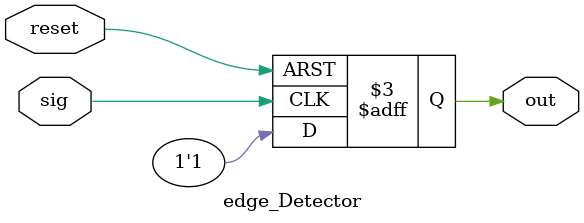
<source format=v>
/**
 *  @brief:调度信息的流向 ， 根据频率调整输出三个数据是什么
 *  @para：sig1,sig2 
 *  @para : first_data,second_data,third_data : 输出的三个数据，根据频率调整三个数据和输入的关系
 */
 module send_controller(Period_by_gate,direct_Period,delta_T,pos_time,mode,first_data,second_data,third_data,high_Frequency);
    input[31:0] Period_by_gate,direct_Period,delta_T,pos_time;
    input[1:0] mode;
    output reg[31:0] first_data;
    output reg[31:0] second_data;
    output reg[31:0] third_data;
    output high_Frequency;
    always
        case (mode)
            2'b11 : begin   if(Period_by_gate < 32'd10000) third_data <= direct_Period; else third_data <= Period_by_gate;  first_data <= delta_T;second_data <= pos_time;end 
            2'b10 : begin   if(Period_by_gate < 32'd10000) first_data <= direct_Period; else first_data <= Period_by_gate;  second_data <= 0;third_data <= 0;end
            2'b01 : begin   if(Period_by_gate < 32'd10000) first_data <= direct_Period; else first_data <= Period_by_gate;   second_data <= 0;third_data <= 0;end
            2'b00 : begin  first_data <= 0;second_data <= 0;third_data <= 0;   end
            default : begin  first_data <= 0;second_data <= 0;third_data <= 0;   end
        endcase
    assign high_Frequency = (Period_by_gate > 32'd10000);
 endmodule 


/**
 *  @brief:调用 edge_Detector 将sig1,sig2的结果合并为一个2bit mode
 *  @para: mode 
 *         2'b10 : sig1 有 sig2 无 
 *         2'b01 : sig1 无 sig2 有
 *         2'b00 : sig1 无 sig2 无
 *         2'b11 : sig1 有 sig2 有
 */
module how_many_inputs(reset_sig,sig1,sig2,mode);
    input reset_sig,sig1,sig2;
    //output reg[1:0] mode = 0;         Might be this works!!!!!?????
    output reg[1:0] mode;
    wire has_one, has_two;

    edge_Detector sig1_detect(sig1, reset_sig, has_one);
    edge_Detector sig2_detect(sig2, reset_sig, has_two);

    //always @(negedge reset_sig)
        //mode <= {has_one,has_two};
    // Just try another way to decribe ------------------------
    //assign mode = @(negedge reset_sig) {has_one,has_two};
    always @(negedge reset_sig)
        mode <= {has_one,has_two};

endmodule

/**
 *  @breif : 接线器：根据mode，将有信号输入的那路信号接到输出上面
 *  ------------------！!bug！!---------------
 *  ------------------输出不稳，不稳定表现在输出常为1 高频(k以上)不稳定时间短，otherwise 不稳定时间长
 */
module wire_controller(sig1,sig2,mode,frequency_input,duty_input);
    input sig1,sig2;
    input[1:0] mode;
    output frequency_input,duty_input;
    assign frequency_input = (mode[1] & sig1) | (mode[0] & sig2);
    assign duty_input = mode[1] & mode[0] & sig1;

endmodule 


/**
 *  @brief:检测 sig的上升沿 reset使其输出为 0 
 *  配合固定频率的reset脉冲，可以卡住门限判断一段时间是否有上升沿
 */
module edge_Detector(sig, reset, out);
    input sig, reset; //< low_Valid
    output reg out;
    always @(posedge sig or negedge reset) begin
        if(~reset)  out <= 0;
        else if(sig) out <= 1'b1;
        else out <= 0;  //< Just try  else necessory???     It works!!!!????
    end 
endmodule





</source>
